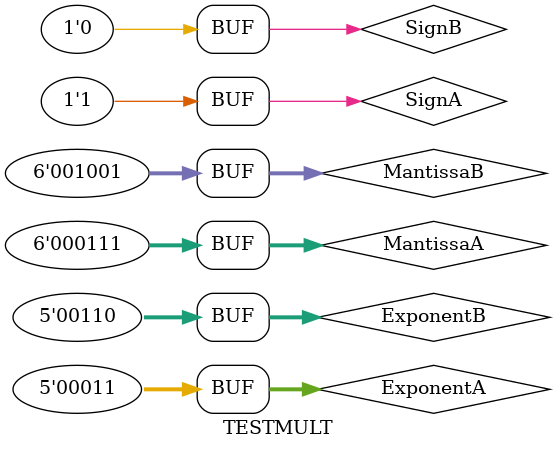
<source format=v>
`timescale 1ns / 1ps


module TESTMULT;

	// Inputs
	reg SignA;
	reg SignB;
	reg [4:0] ExponentA;
	reg [4:0] ExponentB;
	reg [5:0] MantissaA;
	reg [5:0] MantissaB;

	// Outputs
	wire SignOut;
	wire [5:0] ExponentOut;
	wire ExponentC;
	wire [11:0] MantissaOut;

	// Instantiate the Unit Under Test (UUT)
	MYLTIPLY6BIT uut (
		.SignA(SignA), 
		.SignB(SignB), 
		.ExponentA(ExponentA), 
		.ExponentB(ExponentB), 
		.MantissaA(MantissaA), 
		.MantissaB(MantissaB), 
		.SignOut(SignOut), 
		.ExponentOut(ExponentOut), 
		.ExponentC(ExponentC), 
		.MantissaOut(MantissaOut)
	);

	initial begin
		// Initialize Inputs
		SignA = 0;
		SignB = 0;
		ExponentA = 0;
		ExponentB = 0;
		MantissaA = 0;
		MantissaB = 0;

		// Wait 100 ns for global reset to finish
		#100;
      SignA = 1;
		SignB = 0;
		ExponentA = 5'b00011;
		ExponentB = 5'b00110;
		MantissaA = 6'b000111;
		MantissaB = 6'b001001;
		// Add stimulus here

	end
      
	initial 
		$monitor("MantissaA = %d, MantissaB = %d, MantissaOut = %d\n",MantissaA, MantissaB, MantissaOut);
endmodule


</source>
